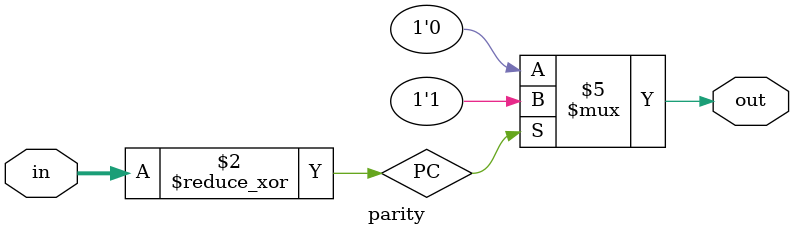
<source format=v>
module parity(in,out);
  input [5:0]in;
  output reg out;
  reg PC;
  always@(*)
    begin 
      PC =^in;
      if(PC==1)
        out=1'b1;
      else
        out=1'b0;
    end
endmodule

</source>
